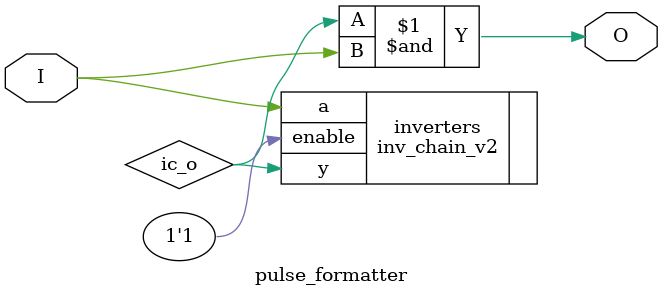
<source format=v>
module pulse_formatter #(
  parameter INV_COUNT = 5
)
(
(*DONT_TOUCH= "true"*)  input wire I,
(*DONT_TOUCH= "true"*)  output wire O
);

(*DONT_TOUCH= "true"*) wire ic_o;
(*DONT_TOUCH= "true"*) inv_chain_v2 #(INV_COUNT) inverters (
  .y(ic_o),
  .a(I),
  .enable(1'b1)
);

(*DONT_TOUCH= "true"*) and (O, ic_o, I);

endmodule

</source>
